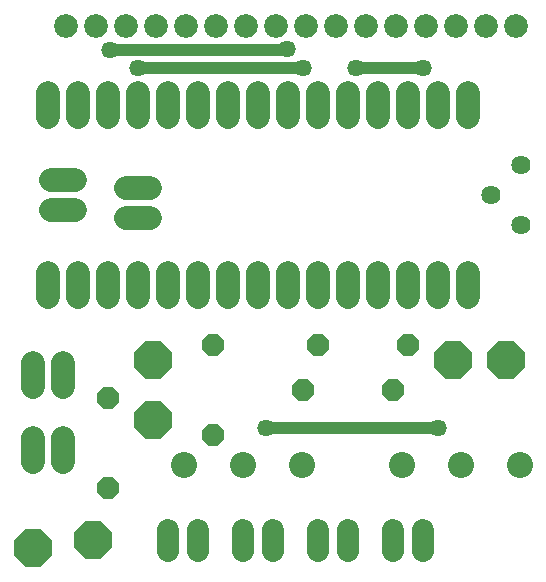
<source format=gbr>
G04 EAGLE Gerber RS-274X export*
G75*
%MOMM*%
%FSLAX34Y34*%
%LPD*%
%INTop Copper*%
%IPPOS*%
%AMOC8*
5,1,8,0,0,1.08239X$1,22.5*%
G01*
%ADD10P,3.436588X8X22.500000*%
%ADD11C,2.016000*%
%ADD12C,1.828800*%
%ADD13C,2.216000*%
%ADD14C,2.016000*%
%ADD15C,1.625600*%
%ADD16P,1.979475X8X22.500000*%
%ADD17P,1.979475X8X112.500000*%
%ADD18C,2.032000*%
%ADD19C,1.462000*%
%ADD20C,1.000000*%


D10*
X425450Y190500D03*
D11*
X393700Y396320D02*
X393700Y416480D01*
X368300Y416480D02*
X368300Y396320D01*
X342900Y396320D02*
X342900Y416480D01*
X317500Y416480D02*
X317500Y396320D01*
X292100Y396320D02*
X292100Y416480D01*
X266700Y416480D02*
X266700Y396320D01*
X241300Y396320D02*
X241300Y416480D01*
X215900Y416480D02*
X215900Y396320D01*
X190500Y396320D02*
X190500Y416480D01*
X165100Y416480D02*
X165100Y396320D01*
X139700Y396320D02*
X139700Y416480D01*
X114300Y416480D02*
X114300Y396320D01*
X88900Y396320D02*
X88900Y416480D01*
X63500Y416480D02*
X63500Y396320D01*
X38100Y396320D02*
X38100Y416480D01*
X38100Y264080D02*
X38100Y243920D01*
X63500Y243920D02*
X63500Y264080D01*
X88900Y264080D02*
X88900Y243920D01*
X114300Y243920D02*
X114300Y264080D01*
X139700Y264080D02*
X139700Y243920D01*
X165100Y243920D02*
X165100Y264080D01*
X190500Y264080D02*
X190500Y243920D01*
X215900Y243920D02*
X215900Y264080D01*
X241300Y264080D02*
X241300Y243920D01*
X266700Y243920D02*
X266700Y264080D01*
X292100Y264080D02*
X292100Y243920D01*
X317500Y243920D02*
X317500Y264080D01*
X342900Y264080D02*
X342900Y243920D01*
X368300Y243920D02*
X368300Y264080D01*
X393700Y264080D02*
X393700Y243920D01*
D12*
X228600Y47244D02*
X228600Y28956D01*
X203200Y28956D02*
X203200Y47244D01*
D13*
X337350Y101600D03*
X387350Y101600D03*
X437350Y101600D03*
D14*
X434300Y473650D03*
X408900Y473650D03*
X383500Y473650D03*
X358100Y473650D03*
X332700Y473650D03*
X307300Y473650D03*
X281900Y473650D03*
X256500Y473650D03*
X231100Y473650D03*
X205700Y473650D03*
X180300Y473650D03*
X154900Y473650D03*
X129500Y473650D03*
X104100Y473650D03*
X78700Y473650D03*
X53300Y473650D03*
D10*
X381000Y190500D03*
D15*
X438150Y355600D03*
X412750Y330200D03*
X438150Y304800D03*
D10*
X127000Y190500D03*
X127000Y139700D03*
D16*
X266700Y203200D03*
X342900Y203200D03*
X254000Y165100D03*
X330200Y165100D03*
D17*
X88900Y82550D03*
X88900Y158750D03*
X177800Y127000D03*
X177800Y203200D03*
D12*
X292100Y47244D02*
X292100Y28956D01*
X266700Y28956D02*
X266700Y47244D01*
D13*
X153200Y101600D03*
X203200Y101600D03*
X253200Y101600D03*
D18*
X50800Y104140D02*
X50800Y124460D01*
X25400Y124460D02*
X25400Y104140D01*
X50800Y167640D02*
X50800Y187960D01*
X25400Y187960D02*
X25400Y167640D01*
D12*
X330200Y47244D02*
X330200Y28956D01*
X355600Y28956D02*
X355600Y47244D01*
X139700Y47244D02*
X139700Y28956D01*
X165100Y28956D02*
X165100Y47244D01*
D10*
X76200Y38100D03*
X25400Y31750D03*
D18*
X40640Y317500D02*
X60960Y317500D01*
X60960Y342900D02*
X40640Y342900D01*
X104140Y336550D02*
X124460Y336550D01*
X124460Y311150D02*
X104140Y311150D01*
D19*
X114300Y438150D03*
D20*
X254000Y438150D01*
D19*
X254000Y438150D03*
X298450Y438150D03*
D20*
X355600Y438150D01*
D19*
X355600Y438150D03*
X90000Y453460D03*
D20*
X239746Y453460D01*
X240143Y453857D01*
D19*
X240143Y453857D03*
X222250Y133350D03*
D20*
X368300Y133350D01*
D19*
X368300Y133350D03*
M02*

</source>
